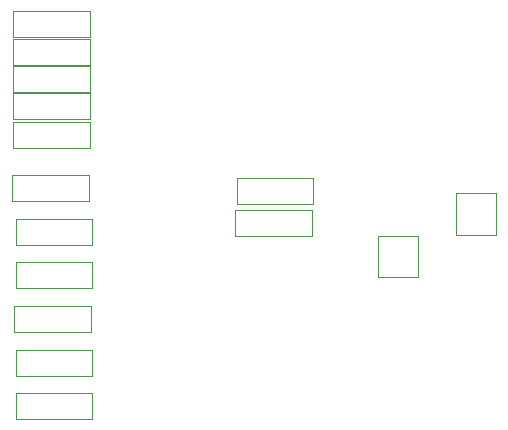
<source format=gbr>
G04 #@! TF.FileFunction,Other,User*
%FSLAX46Y46*%
G04 Gerber Fmt 4.6, Leading zero omitted, Abs format (unit mm)*
G04 Created by KiCad (PCBNEW 4.0.7) date 06/18/18 23:10:02*
%MOMM*%
%LPD*%
G01*
G04 APERTURE LIST*
%ADD10C,0.100000*%
%ADD11C,0.050000*%
G04 APERTURE END LIST*
D10*
D11*
X79400000Y-43950000D02*
X82800000Y-43950000D01*
X82800000Y-43950000D02*
X82800000Y-40450000D01*
X82800000Y-40450000D02*
X79400000Y-40450000D01*
X79400000Y-40450000D02*
X79400000Y-43950000D01*
X76200000Y-44050000D02*
X72800000Y-44050000D01*
X72800000Y-44050000D02*
X72800000Y-47550000D01*
X72800000Y-47550000D02*
X76200000Y-47550000D01*
X76200000Y-47550000D02*
X76200000Y-44050000D01*
X42150000Y-59610000D02*
X48650000Y-59610000D01*
X42150000Y-59610000D02*
X42150000Y-57400000D01*
X48650000Y-57400000D02*
X48650000Y-59610000D01*
X48650000Y-57400000D02*
X42150000Y-57400000D01*
X42150000Y-48510000D02*
X48650000Y-48510000D01*
X42150000Y-48510000D02*
X42150000Y-46300000D01*
X48650000Y-46300000D02*
X48650000Y-48510000D01*
X48650000Y-46300000D02*
X42150000Y-46300000D01*
X42150000Y-55910000D02*
X48650000Y-55910000D01*
X42150000Y-55910000D02*
X42150000Y-53700000D01*
X48650000Y-53700000D02*
X48650000Y-55910000D01*
X48650000Y-53700000D02*
X42150000Y-53700000D01*
X42150000Y-44810000D02*
X48650000Y-44810000D01*
X42150000Y-44810000D02*
X42150000Y-42600000D01*
X48650000Y-42600000D02*
X48650000Y-44810000D01*
X48650000Y-42600000D02*
X42150000Y-42600000D01*
X42050000Y-52210000D02*
X48550000Y-52210000D01*
X42050000Y-52210000D02*
X42050000Y-50000000D01*
X48550000Y-50000000D02*
X48550000Y-52210000D01*
X48550000Y-50000000D02*
X42050000Y-50000000D01*
X41875000Y-41085000D02*
X48375000Y-41085000D01*
X41875000Y-41085000D02*
X41875000Y-38875000D01*
X48375000Y-38875000D02*
X48375000Y-41085000D01*
X48375000Y-38875000D02*
X41875000Y-38875000D01*
X67350000Y-39190000D02*
X60850000Y-39190000D01*
X67350000Y-39190000D02*
X67350000Y-41400000D01*
X60850000Y-41400000D02*
X60850000Y-39190000D01*
X60850000Y-41400000D02*
X67350000Y-41400000D01*
X67250000Y-41890000D02*
X60750000Y-41890000D01*
X67250000Y-41890000D02*
X67250000Y-44100000D01*
X60750000Y-44100000D02*
X60750000Y-41890000D01*
X60750000Y-44100000D02*
X67250000Y-44100000D01*
X41950000Y-36610000D02*
X48450000Y-36610000D01*
X41950000Y-36610000D02*
X41950000Y-34400000D01*
X48450000Y-34400000D02*
X48450000Y-36610000D01*
X48450000Y-34400000D02*
X41950000Y-34400000D01*
X41950000Y-34210000D02*
X48450000Y-34210000D01*
X41950000Y-34210000D02*
X41950000Y-32000000D01*
X48450000Y-32000000D02*
X48450000Y-34210000D01*
X48450000Y-32000000D02*
X41950000Y-32000000D01*
X41950000Y-31910000D02*
X48450000Y-31910000D01*
X41950000Y-31910000D02*
X41950000Y-29700000D01*
X48450000Y-29700000D02*
X48450000Y-31910000D01*
X48450000Y-29700000D02*
X41950000Y-29700000D01*
X41950000Y-29610000D02*
X48450000Y-29610000D01*
X41950000Y-29610000D02*
X41950000Y-27400000D01*
X48450000Y-27400000D02*
X48450000Y-29610000D01*
X48450000Y-27400000D02*
X41950000Y-27400000D01*
X41950000Y-27210000D02*
X48450000Y-27210000D01*
X41950000Y-27210000D02*
X41950000Y-25000000D01*
X48450000Y-25000000D02*
X48450000Y-27210000D01*
X48450000Y-25000000D02*
X41950000Y-25000000D01*
M02*

</source>
